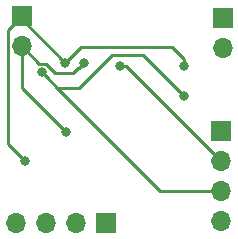
<source format=gbl>
G04 #@! TF.GenerationSoftware,KiCad,Pcbnew,5.0.2-bee76a0~70~ubuntu14.04.1*
G04 #@! TF.CreationDate,2018-12-14T16:37:15-07:00*
G04 #@! TF.ProjectId,ga4-evalboard,6761342d-6576-4616-9c62-6f6172642e6b,rev?*
G04 #@! TF.SameCoordinates,Original*
G04 #@! TF.FileFunction,Copper,L2,Bot*
G04 #@! TF.FilePolarity,Positive*
%FSLAX46Y46*%
G04 Gerber Fmt 4.6, Leading zero omitted, Abs format (unit mm)*
G04 Created by KiCad (PCBNEW 5.0.2-bee76a0~70~ubuntu14.04.1) date Fri 14 Dec 2018 04:37:15 PM MST*
%MOMM*%
%LPD*%
G01*
G04 APERTURE LIST*
G04 #@! TA.AperFunction,ComponentPad*
%ADD10O,1.700000X1.700000*%
G04 #@! TD*
G04 #@! TA.AperFunction,ComponentPad*
%ADD11R,1.700000X1.700000*%
G04 #@! TD*
G04 #@! TA.AperFunction,ViaPad*
%ADD12C,0.800000*%
G04 #@! TD*
G04 #@! TA.AperFunction,Conductor*
%ADD13C,0.250000*%
G04 #@! TD*
G04 APERTURE END LIST*
D10*
G04 #@! TO.P,J1,2*
G04 #@! TO.N,GND*
X135850000Y-96040000D03*
D11*
G04 #@! TO.P,J1,1*
G04 #@! TO.N,RESET*
X135850000Y-93500000D03*
G04 #@! TD*
G04 #@! TO.P,J2,1*
G04 #@! TO.N,11.ai*
X152875000Y-93700000D03*
D10*
G04 #@! TO.P,J2,2*
G04 #@! TO.N,11.aO*
X152875000Y-96240000D03*
G04 #@! TD*
D11*
G04 #@! TO.P,J3,1*
G04 #@! TO.N,01.05*
X152750000Y-103200000D03*
D10*
G04 #@! TO.P,J3,2*
G04 #@! TO.N,01.03*
X152750000Y-105740000D03*
G04 #@! TO.P,J3,3*
G04 #@! TO.N,01.01*
X152750000Y-108280000D03*
G04 #@! TO.P,J3,4*
G04 #@! TO.N,01.17*
X152750000Y-110820000D03*
G04 #@! TD*
G04 #@! TO.P,J4,4*
G04 #@! TO.N,10.17*
X135355000Y-111050000D03*
G04 #@! TO.P,J4,3*
G04 #@! TO.N,10.01*
X137895000Y-111050000D03*
G04 #@! TO.P,J4,2*
G04 #@! TO.N,00.17*
X140435000Y-111050000D03*
D11*
G04 #@! TO.P,J4,1*
G04 #@! TO.N,00.01*
X142975000Y-111050000D03*
G04 #@! TD*
D12*
G04 #@! TO.N,GND*
X139625000Y-103350000D03*
X141175000Y-97475000D03*
G04 #@! TO.N,RESET*
X139550000Y-97475000D03*
X136125000Y-105800000D03*
X149575000Y-97695000D03*
G04 #@! TO.N,01.03*
X144175000Y-97695000D03*
G04 #@! TO.N,01.01*
X137574840Y-98275160D03*
X149575000Y-100235000D03*
G04 #@! TD*
D13*
G04 #@! TO.N,GND*
X135850000Y-99575000D02*
X139625000Y-103350000D01*
X135850000Y-96040000D02*
X135850000Y-99575000D01*
X140713388Y-97936612D02*
X140638388Y-97936612D01*
X141175000Y-97475000D02*
X140713388Y-97936612D01*
X140638388Y-97936612D02*
X140225000Y-98350000D01*
X137922841Y-97550159D02*
X137360159Y-97550159D01*
X138722682Y-98350000D02*
X137922841Y-97550159D01*
X140225000Y-98350000D02*
X138722682Y-98350000D01*
X137360159Y-97550159D02*
X135850000Y-96040000D01*
G04 #@! TO.N,RESET*
X140875000Y-96150000D02*
X139550000Y-97475000D01*
X148625000Y-96150000D02*
X140875000Y-96150000D01*
X149575000Y-97100000D02*
X148625000Y-96150000D01*
X149575000Y-97695000D02*
X149575000Y-97100000D01*
X139550000Y-97450000D02*
X139550000Y-97475000D01*
X135850000Y-93750000D02*
X139550000Y-97450000D01*
X135850000Y-93500000D02*
X135850000Y-93750000D01*
X134675000Y-104350000D02*
X136125000Y-105800000D01*
X134675000Y-94675000D02*
X134675000Y-104350000D01*
X135850000Y-93500000D02*
X134675000Y-94675000D01*
G04 #@! TO.N,01.03*
X144705000Y-97695000D02*
X144175000Y-97695000D01*
X152750000Y-105740000D02*
X144705000Y-97695000D01*
G04 #@! TO.N,01.01*
X137974839Y-98675159D02*
X137574840Y-98275160D01*
X152750000Y-108280000D02*
X147579680Y-108280000D01*
X138867680Y-99568000D02*
X140716000Y-99568000D01*
X147579680Y-108280000D02*
X138867680Y-99568000D01*
X138867680Y-99568000D02*
X137974839Y-98675159D01*
X140716000Y-99568000D02*
X143510000Y-96774000D01*
X146114000Y-96774000D02*
X149575000Y-100235000D01*
X143510000Y-96774000D02*
X146114000Y-96774000D01*
X149575000Y-100235000D02*
X149575000Y-100235000D01*
G04 #@! TD*
M02*

</source>
